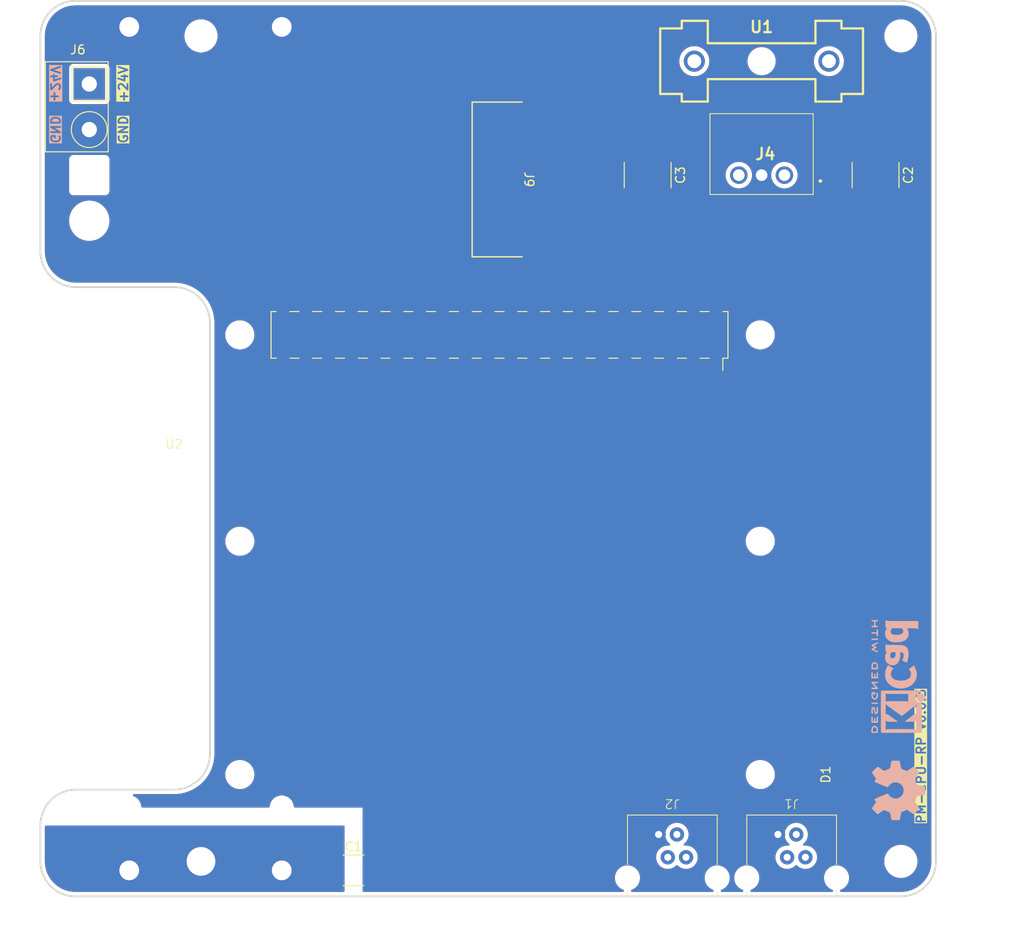
<source format=kicad_pcb>
(kicad_pcb (version 20240108) (generator "pcbnew") (generator_version "8.0")
  (title_block (title "${article} v${version}"))
  (layers (0 "F.Cu" signal) (31 "B.Cu" signal) (34 "B.Paste" user) (35 "F.Paste" user) (36 "B.SilkS" user "B.Silkscreen") (37 "F.SilkS" user "F.Silkscreen") (38 "B.Mask" user) (39 "F.Mask" user) (44 "Edge.Cuts" user))
  (property "article" "PM-CPU-RP")
  (property "version" "0.0.3")
  (net 0 "")
  (net 27 "+5V")
  (net 28 "GND")
  (net 29 "/SCL")
  (net 30 "/SDA")
  (net 32 "PE")
  (net 35 "Net-(J4-VIN)")
  (net 36 "+24V")
  (net 37 "+3.3V")
  (footprint "kicad_inventree_lib:PE" (layer "F.Cu") (at 42.93 146.33)
    (property "Reference" "PE1" (hide yes))
    (property "Value" "PE")
    (pad "1" thru_hole oval (at 0 0) (size 6.35 6.35) (drill 3.2) (layers "*.Cu" "*.Mask") (net 32 "PE"))
  )
  (footprint "kicad_inventree_lib:R-RJ11R04P-A802" (layer "F.Cu") (at 95.46 148.17 180)
    (property "Reference" "J2" (at 0 8.255 180) (layer "F.SilkS") (effects (font (thickness 0.1))))
    (property "Value" "R-RJ11R04P-A802")
    (pad "" np_thru_hole circle (at -5 0 180) (size 2.3 2.3) (drill 2.3) (layers "F&B.Cu" "*.Mask"))
    (pad "" np_thru_hole circle (at 5 0 180) (size 2.3 2.3) (drill 2.3) (layers "F&B.Cu" "*.Mask"))
    (pad "1" thru_hole circle (at -1.53 2.3 180) (size 1.6 1.6) (drill 0.79) (layers "*.Cu" "*.Mask"))
    (pad "2" thru_hole circle (at -0.51 4.84 180) (size 1.6 1.6) (drill 0.79) (layers "*.Cu" "*.Mask") (net 29 "/SCL"))
    (pad "3" thru_hole circle (at 0.51 2.3 180) (size 1.6 1.6) (drill 0.79) (layers "*.Cu" "*.Mask") (net 30 "/SDA"))
    (pad "4" thru_hole circle (at 1.53 4.84 180) (size 1.6 1.6) (drill 0.79) (layers "*.Cu" "*.Mask") (net 28 "GND"))
  )
  (footprint "kicad_inventree_lib:C_2220_5750Metric_Pad1.97x5.40mm_HandSolder" (layer "F.Cu") (at 92.71 69.85 -90)
    (property "Reference" "C3" (at 0 -3.65 90) (layer "F.SilkS"))
    (property "Value" "22uF")
    (pad "1" smd roundrect (at -2.6375 0 270) (size 1.975 5.4) (layers "F.Cu" "F.Paste" "F.Mask") (roundrect_rratio 0.126582) (net 27 "+5V"))
    (pad "2" smd roundrect (at 2.6375 0 270) (size 1.975 5.4) (layers "F.Cu" "F.Paste" "F.Mask") (roundrect_rratio 0.126582) (net 28 "GND"))
  )
  (footprint "kicad_inventree_lib:RaspberryPi" (layer "F.Cu") (at 75.26 136.65 -90)
    (property "Reference" "D1" (at 0 -37.3 90) (layer "F.SilkS"))
    (property "Value" "~")
    (pad "" np_thru_hole circle (at -49 -30) (size 2.75 2.75) (drill 2.75) (layers "*.Cu" "*.Mask"))
    (pad "" np_thru_hole circle (at -49 28) (size 2.75 2.75) (drill 2.75) (layers "*.Cu" "*.Mask"))
    (pad "" np_thru_hole circle (at -26 -30) (size 2.75 2.75) (drill 2.75) (layers "*.Cu" "*.Mask"))
    (pad "" np_thru_hole circle (at -26 28) (size 2.75 2.75) (drill 2.75) (layers "*.Cu" "*.Mask"))
    (pad "" np_thru_hole circle (at 0 -30) (size 2.75 2.75) (drill 2.75) (layers "*.Cu" "*.Mask"))
    (pad "" np_thru_hole circle (at 0 28) (size 2.75 2.75) (drill 2.75) (layers "*.Cu" "*.Mask"))
    (pad "1" smd rect (at -46.48 -25.07 270) (size 3 1) (layers "F.Cu" "F.Paste" "F.Mask") (net 37 "+3.3V"))
    (pad "2" smd rect (at -51.52 -25.07 270) (size 3 1) (layers "F.Cu" "F.Paste" "F.Mask") (net 27 "+5V"))
    (pad "3" smd rect (at -46.48 -22.53 270) (size 3 1) (layers "F.Cu" "F.Paste" "F.Mask") (net 30 "/SDA"))
    (pad "4" smd rect (at -51.52 -22.53 270) (size 3 1) (layers "F.Cu" "F.Paste" "F.Mask") (net 27 "+5V"))
    (pad "5" smd rect (at -46.48 -19.99 270) (size 3 1) (layers "F.Cu" "F.Paste" "F.Mask") (net 29 "/SCL"))
    (pad "6" smd rect (at -51.52 -19.99 270) (size 3 1) (layers "F.Cu" "F.Paste" "F.Mask") (net 28 "GND"))
    (pad "7" smd rect (at -46.48 -17.45 270) (size 3 1) (layers "F.Cu" "F.Paste" "F.Mask"))
    (pad "8" smd rect (at -51.52 -17.45 270) (size 3 1) (layers "F.Cu" "F.Paste" "F.Mask"))
    (pad "9" smd rect (at -46.48 -14.91 270) (size 3 1) (layers "F.Cu" "F.Paste" "F.Mask") (net 28 "GND"))
    (pad "10" smd rect (at -51.52 -14.91 270) (size 3 1) (layers "F.Cu" "F.Paste" "F.Mask"))
    (pad "11" smd rect (at -46.48 -12.37 270) (size 3 1) (layers "F.Cu" "F.Paste" "F.Mask"))
    (pad "12" smd rect (at -51.52 -12.37 270) (size 3 1) (layers "F.Cu" "F.Paste" "F.Mask"))
    (pad "13" smd rect (at -46.48 -9.83 270) (size 3 1) (layers "F.Cu" "F.Paste" "F.Mask"))
    (pad "14" smd rect (at -51.52 -9.83 270) (size 3 1) (layers "F.Cu" "F.Paste" "F.Mask") (net 28 "GND"))
    (pad "15" smd rect (at -46.48 -7.29 270) (size 3 1) (layers "F.Cu" "F.Paste" "F.Mask"))
    (pad "16" smd rect (at -51.52 -7.29 270) (size 3 1) (layers "F.Cu" "F.Paste" "F.Mask"))
    (pad "17" smd rect (at -46.48 -4.75 270) (size 3 1) (layers "F.Cu" "F.Paste" "F.Mask"))
    (pad "18" smd rect (at -51.52 -4.75 270) (size 3 1) (layers "F.Cu" "F.Paste" "F.Mask"))
    (pad "19" smd rect (at -46.48 -2.21 270) (size 3 1) (layers "F.Cu" "F.Paste" "F.Mask"))
    (pad "20" smd rect (at -51.52 -2.21 270) (size 3 1) (layers "F.Cu" "F.Paste" "F.Mask") (net 28 "GND"))
    (pad "21" smd rect (at -46.48 0.33 270) (size 3 1) (layers "F.Cu" "F.Paste" "F.Mask"))
    (pad "22" smd rect (at -51.52 0.33 270) (size 3 1) (layers "F.Cu" "F.Paste" "F.Mask"))
    (pad "23" smd rect (at -46.48 2.87 270) (size 3 1) (layers "F.Cu" "F.Paste" "F.Mask"))
    (pad "24" smd rect (at -51.52 2.87 270) (size 3 1) (layers "F.Cu" "F.Paste" "F.Mask"))
    (pad "25" smd rect (at -46.48 5.41 270) (size 3 1) (layers "F.Cu" "F.Paste" "F.Mask") (net 28 "GND"))
    (pad "26" smd rect (at -51.52 5.41 270) (size 3 1) (layers "F.Cu" "F.Paste" "F.Mask"))
    (pad "27" smd rect (at -46.48 7.95 270) (size 3 1) (layers "F.Cu" "F.Paste" "F.Mask"))
    (pad "28" smd rect (at -51.52 7.95 270) (size 3 1) (layers "F.Cu" "F.Paste" "F.Mask"))
    (pad "29" smd rect (at -46.48 10.49 270) (size 3 1) (layers "F.Cu" "F.Paste" "F.Mask"))
    (pad "30" smd rect (at -51.52 10.49 270) (size 3 1) (layers "F.Cu" "F.Paste" "F.Mask") (net 28 "GND"))
    (pad "31" smd rect (at -46.48 13.03 270) (size 3 1) (layers "F.Cu" "F.Paste" "F.Mask"))
    (pad "32" smd rect (at -51.52 13.03 270) (size 3 1) (layers "F.Cu" "F.Paste" "F.Mask"))
    (pad "33" smd rect (at -46.48 15.57 270) (size 3 1) (layers "F.Cu" "F.Paste" "F.Mask"))
    (pad "34" smd rect (at -51.52 15.57 270) (size 3 1) (layers "F.Cu" "F.Paste" "F.Mask") (net 28 "GND"))
    (pad "35" smd rect (at -46.48 18.11 270) (size 3 1) (layers "F.Cu" "F.Paste" "F.Mask"))
    (pad "36" smd rect (at -51.52 18.11 270) (size 3 1) (layers "F.Cu" "F.Paste" "F.Mask"))
    (pad "37" smd rect (at -46.48 20.65 270) (size 3 1) (layers "F.Cu" "F.Paste" "F.Mask"))
    (pad "38" smd rect (at -51.52 20.65 270) (size 3 1) (layers "F.Cu" "F.Paste" "F.Mask"))
    (pad "39" smd rect (at -46.48 23.19 270) (size 3 1) (layers "F.Cu" "F.Paste" "F.Mask") (net 28 "GND"))
    (pad "40" smd rect (at -51.52 23.19 270) (size 3 1) (layers "F.Cu" "F.Paste" "F.Mask"))
  )
  (footprint "MountingHole:MountingHole_3.2mm_M3" (layer "F.Cu") (at 42.93 54.33)
    (property "Reference" "H1" (hide yes))
    (property "Value" "MountingHole" (hide yes))
    (pad "" np_thru_hole circle (at 0 0) (size 3.2 3.2) (drill 3.2) (layers "*.Cu" "*.Mask"))
  )
  (footprint "kicad_inventree_lib:R-RJ11R04P-A802" (layer "F.Cu") (at 108.76 148.17 180)
    (property "Reference" "J1" (at 0 8.255 180) (layer "F.SilkS") (effects (font (thickness 0.1))))
    (property "Value" "R-RJ11R04P-A802")
    (pad "" np_thru_hole circle (at -5 0 180) (size 2.3 2.3) (drill 2.3) (layers "F&B.Cu" "*.Mask"))
    (pad "" np_thru_hole circle (at 5 0 180) (size 2.3 2.3) (drill 2.3) (layers "F&B.Cu" "*.Mask"))
    (pad "1" thru_hole circle (at -1.53 2.3 180) (size 1.6 1.6) (drill 0.79) (layers "*.Cu" "*.Mask"))
    (pad "2" thru_hole circle (at -0.51 4.84 180) (size 1.6 1.6) (drill 0.79) (layers "*.Cu" "*.Mask") (net 29 "/SCL"))
    (pad "3" thru_hole circle (at 0.51 2.3 180) (size 1.6 1.6) (drill 0.79) (layers "*.Cu" "*.Mask") (net 30 "/SDA"))
    (pad "4" thru_hole circle (at 1.53 4.84 180) (size 1.6 1.6) (drill 0.79) (layers "*.Cu" "*.Mask") (net 28 "GND"))
  )
  (footprint "NextPCB:Degson_2EDGR-5.08-02P" (layer "F.Cu") (at 30.48 59.69 -90)
    (property "Reference" "J6" (at -3.81 1.27 180) (layer "F.SilkS"))
    (property "Value" "2EDGR-5.08-02P")
    (pad "1" thru_hole rect (at 0 0 270) (size 3.5 3.5) (drill 1.7) (layers "*.Cu" "*.Mask") (net 36 "+24V"))
    (pad "2" thru_hole circle (at 5.08 0 270) (size 3.5 3.5) (drill 1.7) (layers "*.Cu" "*.Mask") (net 28 "GND"))
  )
  (footprint "Capacitor_SMD:C_1812_4532Metric_Pad1.57x3.40mm_HandSolder" (layer "F.Cu") (at 59.93 147.33)
    (property "Reference" "C1" (at 0 -2.65 0) (layer "F.SilkS"))
    (property "Value" "4.7nF 2kV")
    (pad "1" smd roundrect (at -2.1375 0) (size 1.575 3.4) (layers "F.Cu" "F.Paste" "F.Mask") (roundrect_rratio 0.15873) (net 32 "PE"))
    (pad "2" smd roundrect (at 2.1375 0) (size 1.575 3.4) (layers "F.Cu" "F.Paste" "F.Mask") (roundrect_rratio 0.15873) (net 28 "GND"))
  )
  (footprint "MountingHole:MountingHole_3.2mm_M3" (layer "F.Cu") (at 120.93 146.33)
    (property "Reference" "H3" (hide yes))
    (property "Value" "MountingHole" (hide yes))
    (pad "" np_thru_hole circle (at 0 0) (size 3.2 3.2) (drill 3.2) (layers "*.Cu" "*.Mask"))
  )
  (footprint "kicad_inventree_lib:K7805-2000R3" (layer "F.Cu") (at 107.95 69.85 180)
    (property "Reference" "J4" (at 2.115 2.35 360) (layer "F.SilkS") (effects (font (size 1.27 1.27) (thickness 0.254))))
    (property "Value" "K7805-2000R3" (hide yes))
    (pad "1" thru_hole circle (at 0 0 180) (size 1.95 1.95) (drill 1.3) (layers "*.Cu" "*.Mask") (net 35 "Net-(J4-VIN)"))
    (pad "2" thru_hole circle (at 2.54 0 180) (size 1.95 1.95) (drill 1.3) (layers "*.Cu" "*.Mask") (net 28 "GND"))
    (pad "3" thru_hole circle (at 5.08 0 180) (size 1.95 1.95) (drill 1.3) (layers "*.Cu" "*.Mask") (net 27 "+5V"))
  )
  (footprint "kicad_inventree_lib:CONN10_AFA07-S10_JUS" (layer "F.Cu") (at 75.93 70.33 -90)
    (property "Reference" "J9" (at 0 -3.556 -90) (layer "F.SilkS"))
    (property "Value" "AFA07-S10FCC-00")
    (pad "1" smd rect (at -4.499991 -3.556 270) (size 0.635 1.8034) (layers "F.Cu" "F.Paste" "F.Mask"))
    (pad "2" smd rect (at -3.499993 -3.556 270) (size 0.635 1.8034) (layers "F.Cu" "F.Paste" "F.Mask"))
    (pad "3" smd rect (at -2.499995 -3.556 270) (size 0.635 1.8034) (layers "F.Cu" "F.Paste" "F.Mask"))
    (pad "4" smd rect (at -1.499997 -3.556 270) (size 0.635 1.8034) (layers "F.Cu" "F.Paste" "F.Mask"))
    (pad "5" smd rect (at -0.499999 -3.556 270) (size 0.635 1.8034) (layers "F.Cu" "F.Paste" "F.Mask"))
    (pad "6" smd rect (at 0.499999 -3.556 270) (size 0.635 1.8034) (layers "F.Cu" "F.Paste" "F.Mask"))
    (pad "7" smd rect (at 1.499997 -3.556 270) (size 0.635 1.8034) (layers "F.Cu" "F.Paste" "F.Mask"))
    (pad "8" smd rect (at 2.499995 -3.556 270) (size 0.635 1.8034) (layers "F.Cu" "F.Paste" "F.Mask"))
    (pad "9" smd rect (at 3.499993 -3.556 270) (size 0.635 1.8034) (layers "F.Cu" "F.Paste" "F.Mask"))
    (pad "10" smd rect (at 4.499991 -3.556 270) (size 0.635 1.8034) (layers "F.Cu" "F.Paste" "F.Mask"))
    (pad "11" smd rect (at -6.850002 -1.385999 270) (size 2.5908 2.9972) (layers "F.Cu" "F.Paste" "F.Mask"))
    (pad "12" smd rect (at 6.850002 -1.385999 270) (size 2.5908 2.9972) (layers "F.Cu" "F.Paste" "F.Mask"))
  )
  (footprint "kicad_inventree_lib:C_2220_5750Metric_Pad1.97x5.40mm_HandSolder" (layer "F.Cu") (at 118.11 69.85 -90)
    (property "Reference" "C2" (at 0 -3.65 90) (layer "F.SilkS"))
    (property "Value" "22uF")
    (pad "1" smd roundrect (at -2.6375 0 270) (size 1.975 5.4) (layers "F.Cu" "F.Paste" "F.Mask") (roundrect_rratio 0.126582) (net 35 "Net-(J4-VIN)"))
    (pad "2" smd roundrect (at 2.6375 0 270) (size 1.975 5.4) (layers "F.Cu" "F.Paste" "F.Mask") (roundrect_rratio 0.126582) (net 28 "GND"))
  )
  (footprint "MountingHole:MountingHole_3.2mm_M3" (layer "F.Cu") (at 120.93 54.33)
    (property "Reference" "H2" (hide yes))
    (property "Value" "MountingHole" (hide yes))
    (pad "" np_thru_hole circle (at 0 0) (size 3.2 3.2) (drill 3.2) (layers "*.Cu" "*.Mask"))
  )
  (footprint "NextPCB:Fuseholder" (layer "F.Cu") (at 105.41 57.15)
    (property "Reference" "U1" (at 0 -3.81 0) (layer "F.SilkS") (effects (font (size 1.27 1.27) (thickness 0.254))))
    (property "Value" "64900001039" (hide yes))
    (pad "" np_thru_hole circle (at 0 0) (size 2.65 2.65) (drill 2.65) (layers "*.Cu" "*.Mask"))
    (pad "1" thru_hole circle (at -7.5 0) (size 2.35 2.35) (drill 1.55) (layers "*.Cu" "*.Mask") (net 36 "+24V"))
    (pad "2" thru_hole circle (at 7.5 0) (size 2.35 2.35) (drill 1.55) (layers "*.Cu" "*.Mask") (net 35 "Net-(J4-VIN)"))
  )
  (footprint "kicad_inventree_lib:PM-LED_v0.0.1" (layer "F.Cu") (at 39.93 100.33)
    (property "Reference" "U2" (at 0 -0.5 0) (layer "F.SilkS") (effects (font (thickness 0.1))))
    (property "Value" "PM-LED8_v0.0.1")
    (pad "" np_thru_hole circle (at -5 -47) (size 2.2 2.2) (drill 2.2) (layers "*.Cu" "*.Mask"))
    (pad "" np_thru_hole circle (at -5 47) (size 2.2 2.2) (drill 2.2) (layers "*.Cu" "*.Mask"))
    (pad "" np_thru_hole circle (at 12 -47) (size 2.2 2.2) (drill 2.2) (layers "*.Cu" "*.Mask"))
    (pad "" np_thru_hole circle (at 12 47) (size 2.2 2.2) (drill 2.2) (layers "*.Cu" "*.Mask"))
  )
  (footprint "Symbol:KiCad-Logo2_5mm_SilkScreen" (layer "B.Cu") (at 120.65 125.73 90)
    (property "Reference" "kicad_logo" (hide yes))
    (property "Value" "KiCad-Logo2_5mm_SilkScreen" (hide yes))
  )
  (footprint "Symbol:OSHW-Symbol_6.7x6mm_SilkScreen" (layer "B.Cu") (at 120.65 138.43 90)
    (property "Reference" "oshw_logo" (hide yes))
    (property "Value" "OSHW-Symbol_6.7x6mm_SilkScreen" (hide yes))
  )
  (gr_arc (start 43.93 134.33) (mid 42.758427 137.158427) (end 39.93 138.33) (stroke (width 0.2)) (layer "Edge.Cuts"))
  (gr_arc (start 25.03 54.33) (mid 26.172284 51.572284) (end 28.93 50.43) (stroke (width 0.2)) (layer "Edge.Cuts"))
  (gr_line (start 43.93 86.33) (end 43.93 134.33) (stroke (width 0.2)) (layer "Edge.Cuts"))
  (gr_arc (start 39.93 82.33) (mid 42.758427 83.501573) (end 43.93 86.33) (stroke (width 0.2)) (layer "Edge.Cuts"))
  (gr_line (start 28.93 150.23) (end 120.93 150.23) (stroke (width 0.2)) (layer "Edge.Cuts"))
  (gr_line (start 39.93 82.33) (end 29.03 82.33) (stroke (width 0.2)) (layer "Edge.Cuts"))
  (gr_line (start 25.03 142.33) (end 25.03 146.33) (stroke (width 0.2)) (layer "Edge.Cuts"))
  (gr_line (start 39.93 138.33) (end 29.03 138.33) (stroke (width 0.2)) (layer "Edge.Cuts"))
  (gr_arc (start 29.03 82.33) (mid 26.201573 81.158427) (end 25.03 78.33) (stroke (width 0.2)) (layer "Edge.Cuts"))
  (gr_arc (start 120.93 50.43) (mid 123.687716 51.572284) (end 124.83 54.33) (stroke (width 0.2)) (layer "Edge.Cuts"))
  (gr_line (start 25.03 54.33) (end 25.03 78.33) (stroke (width 0.2)) (layer "Edge.Cuts"))
  (gr_line (start 120.93 50.43) (end 28.93 50.43) (stroke (width 0.2)) (layer "Edge.Cuts"))
  (gr_arc (start 28.93 150.23) (mid 26.172284 149.087716) (end 25.03 146.33) (stroke (width 0.2)) (layer "Edge.Cuts"))
  (gr_arc (start 124.83 146.33) (mid 123.687716 149.087716) (end 120.93 150.23) (stroke (width 0.2)) (layer "Edge.Cuts"))
  (gr_line (start 124.83 146.33) (end 124.83 54.33) (stroke (width 0.2)) (layer "Edge.Cuts"))
  (gr_arc (start 25.03 142.33) (mid 26.201573 139.501573) (end 29.03 138.33) (stroke (width 0.2)) (layer "Edge.Cuts"))
  (gr_text "+24V" (at 26.67 59.69 -90) (layer "B.SilkS" knockout) (effects (font (size 1 1) (thickness 0.2) (bold yes)) (justify mirror)))
  (gr_text "GND" (at 26.67 64.77 -90) (layer "B.SilkS" knockout) (effects (font (size 1 1) (thickness 0.2) (bold yes)) (justify mirror)))
  (gr_text "${article} v${version}" (at 123.19 142.24 90) (layer "F.SilkS" knockout) (effects (font (size 1 1) (thickness 0.2) (bold yes)) (justify left)))
  (gr_text "+24V" (at 34.29 59.69 90) (layer "F.SilkS" knockout) (effects (font (size 1 1) (thickness 0.2) (bold yes))))
  (gr_text "GND" (at 34.29 64.77 90) (layer "F.SilkS" knockout) (effects (font (size 1 1) (thickness 0.2) (bold yes))))
  (zone (net 32) (net_name "PE") (layers "F&B.Cu") (priority 1) (connect_pads yes (clearance 0.5)) (min_thickness 0.25) (fill yes (thermal_gap 0.5) (thermal_bridge_width 0.5))
    (polygon (pts (xy 24.93 142.33) (xy 58.93 142.33) (xy 58.93 150.33) (xy 24.93 150.33)))
  )
  (zone (net 28) (net_name "GND") (layers "F&B.Cu") (connect_pads yes (clearance 0.5)) (min_thickness 0.25) (fill yes (thermal_gap 0.5) (thermal_bridge_width 0.5))
    (polygon (pts (xy 24.93 50.33) (xy 124.93 50.33) (xy 124.93 150.33) (xy 60.93 150.33) (xy 60.93 140.33) (xy 24.93 140.33)))
  )
)
</source>
